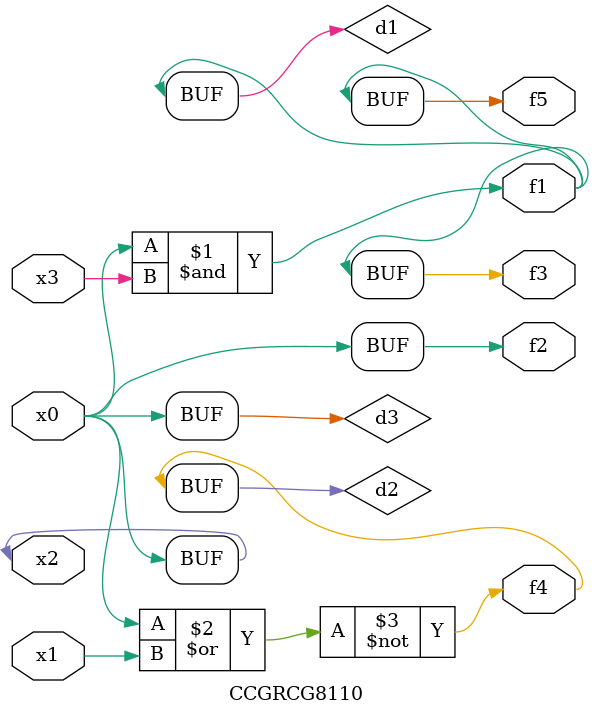
<source format=v>
module CCGRCG8110(
	input x0, x1, x2, x3,
	output f1, f2, f3, f4, f5
);

	wire d1, d2, d3;

	and (d1, x2, x3);
	nor (d2, x0, x1);
	buf (d3, x0, x2);
	assign f1 = d1;
	assign f2 = d3;
	assign f3 = d1;
	assign f4 = d2;
	assign f5 = d1;
endmodule

</source>
